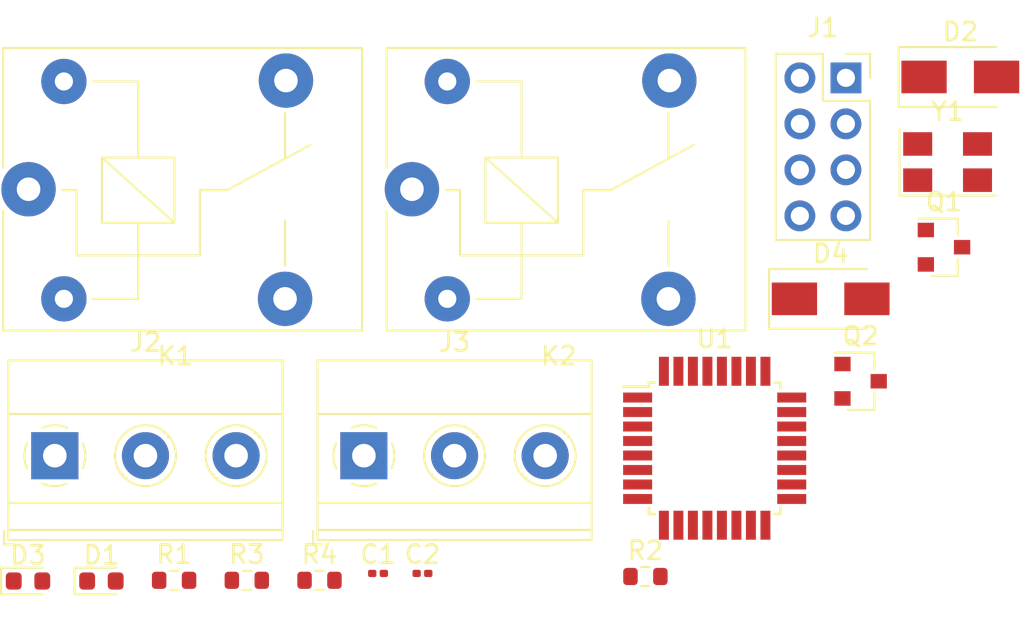
<source format=kicad_pcb>
(kicad_pcb (version 20171130) (host pcbnew 5.1.10-88a1d61d58~88~ubuntu20.04.1)

  (general
    (thickness 1.6)
    (drawings 0)
    (tracks 0)
    (zones 0)
    (modules 19)
    (nets 54)
  )

  (page A4)
  (layers
    (0 F.Cu signal)
    (31 B.Cu signal)
    (32 B.Adhes user)
    (33 F.Adhes user)
    (34 B.Paste user)
    (35 F.Paste user)
    (36 B.SilkS user)
    (37 F.SilkS user)
    (38 B.Mask user)
    (39 F.Mask user)
    (40 Dwgs.User user)
    (41 Cmts.User user)
    (42 Eco1.User user)
    (43 Eco2.User user)
    (44 Edge.Cuts user)
    (45 Margin user)
    (46 B.CrtYd user)
    (47 F.CrtYd user)
    (48 B.Fab user)
    (49 F.Fab user)
  )

  (setup
    (last_trace_width 0.25)
    (trace_clearance 0.2)
    (zone_clearance 0.508)
    (zone_45_only no)
    (trace_min 0.2)
    (via_size 0.8)
    (via_drill 0.4)
    (via_min_size 0.4)
    (via_min_drill 0.3)
    (uvia_size 0.3)
    (uvia_drill 0.1)
    (uvias_allowed no)
    (uvia_min_size 0.2)
    (uvia_min_drill 0.1)
    (edge_width 0.05)
    (segment_width 0.2)
    (pcb_text_width 0.3)
    (pcb_text_size 1.5 1.5)
    (mod_edge_width 0.12)
    (mod_text_size 1 1)
    (mod_text_width 0.15)
    (pad_size 1.524 1.524)
    (pad_drill 0.762)
    (pad_to_mask_clearance 0)
    (aux_axis_origin 0 0)
    (visible_elements FFFFFF7F)
    (pcbplotparams
      (layerselection 0x010fc_ffffffff)
      (usegerberextensions false)
      (usegerberattributes true)
      (usegerberadvancedattributes true)
      (creategerberjobfile true)
      (excludeedgelayer true)
      (linewidth 0.100000)
      (plotframeref false)
      (viasonmask false)
      (mode 1)
      (useauxorigin false)
      (hpglpennumber 1)
      (hpglpenspeed 20)
      (hpglpendiameter 15.000000)
      (psnegative false)
      (psa4output false)
      (plotreference true)
      (plotvalue true)
      (plotinvisibletext false)
      (padsonsilk false)
      (subtractmaskfromsilk false)
      (outputformat 1)
      (mirror false)
      (drillshape 1)
      (scaleselection 1)
      (outputdirectory ""))
  )

  (net 0 "")
  (net 1 "Net-(D1-Pad2)")
  (net 2 "Net-(D1-Pad1)")
  (net 3 VIN)
  (net 4 GND)
  (net 5 "Net-(Q1-Pad1)")
  (net 6 CTRL_1)
  (net 7 "Net-(U1-Pad32)")
  (net 8 "Net-(U1-Pad31)")
  (net 9 "Net-(U1-Pad30)")
  (net 10 "Net-(U1-Pad29)")
  (net 11 "Net-(U1-Pad28)")
  (net 12 "Net-(U1-Pad27)")
  (net 13 "Net-(U1-Pad26)")
  (net 14 "Net-(U1-Pad25)")
  (net 15 "Net-(U1-Pad24)")
  (net 16 "Net-(U1-Pad23)")
  (net 17 "Net-(U1-Pad22)")
  (net 18 "Net-(U1-Pad21)")
  (net 19 "Net-(U1-Pad20)")
  (net 20 "Net-(U1-Pad19)")
  (net 21 "Net-(U1-Pad18)")
  (net 22 "Net-(U1-Pad17)")
  (net 23 "Net-(U1-Pad16)")
  (net 24 "Net-(U1-Pad15)")
  (net 25 "Net-(U1-Pad14)")
  (net 26 "Net-(U1-Pad13)")
  (net 27 "Net-(U1-Pad12)")
  (net 28 "Net-(U1-Pad11)")
  (net 29 "Net-(U1-Pad10)")
  (net 30 "Net-(U1-Pad9)")
  (net 31 "Net-(U1-Pad4)")
  (net 32 "Net-(U1-Pad2)")
  (net 33 "Net-(U1-Pad1)")
  (net 34 "Net-(D3-Pad2)")
  (net 35 "Net-(D3-Pad1)")
  (net 36 "Net-(Q2-Pad1)")
  (net 37 CTRL_2)
  (net 38 "Net-(J1-Pad8)")
  (net 39 "Net-(J1-Pad7)")
  (net 40 "Net-(J1-Pad6)")
  (net 41 "Net-(J1-Pad5)")
  (net 42 "Net-(J1-Pad4)")
  (net 43 "Net-(J1-Pad3)")
  (net 44 "Net-(J1-Pad2)")
  (net 45 "Net-(J1-Pad1)")
  (net 46 XTAL1)
  (net 47 XTAL2)
  (net 48 RELAY_1_NC)
  (net 49 RELAY_1_COMM)
  (net 50 RELAY_1_NO)
  (net 51 RELAY_2_NC)
  (net 52 RELAY_2_COMM)
  (net 53 RELAY_2_NO)

  (net_class Default "This is the default net class."
    (clearance 0.2)
    (trace_width 0.25)
    (via_dia 0.8)
    (via_drill 0.4)
    (uvia_dia 0.3)
    (uvia_drill 0.1)
    (add_net CTRL_1)
    (add_net CTRL_2)
    (add_net GND)
    (add_net "Net-(D1-Pad1)")
    (add_net "Net-(D1-Pad2)")
    (add_net "Net-(D3-Pad1)")
    (add_net "Net-(D3-Pad2)")
    (add_net "Net-(J1-Pad1)")
    (add_net "Net-(J1-Pad2)")
    (add_net "Net-(J1-Pad3)")
    (add_net "Net-(J1-Pad4)")
    (add_net "Net-(J1-Pad5)")
    (add_net "Net-(J1-Pad6)")
    (add_net "Net-(J1-Pad7)")
    (add_net "Net-(J1-Pad8)")
    (add_net "Net-(Q1-Pad1)")
    (add_net "Net-(Q2-Pad1)")
    (add_net "Net-(U1-Pad1)")
    (add_net "Net-(U1-Pad10)")
    (add_net "Net-(U1-Pad11)")
    (add_net "Net-(U1-Pad12)")
    (add_net "Net-(U1-Pad13)")
    (add_net "Net-(U1-Pad14)")
    (add_net "Net-(U1-Pad15)")
    (add_net "Net-(U1-Pad16)")
    (add_net "Net-(U1-Pad17)")
    (add_net "Net-(U1-Pad18)")
    (add_net "Net-(U1-Pad19)")
    (add_net "Net-(U1-Pad2)")
    (add_net "Net-(U1-Pad20)")
    (add_net "Net-(U1-Pad21)")
    (add_net "Net-(U1-Pad22)")
    (add_net "Net-(U1-Pad23)")
    (add_net "Net-(U1-Pad24)")
    (add_net "Net-(U1-Pad25)")
    (add_net "Net-(U1-Pad26)")
    (add_net "Net-(U1-Pad27)")
    (add_net "Net-(U1-Pad28)")
    (add_net "Net-(U1-Pad29)")
    (add_net "Net-(U1-Pad30)")
    (add_net "Net-(U1-Pad31)")
    (add_net "Net-(U1-Pad32)")
    (add_net "Net-(U1-Pad4)")
    (add_net "Net-(U1-Pad9)")
    (add_net RELAY_1_COMM)
    (add_net RELAY_1_NC)
    (add_net RELAY_1_NO)
    (add_net RELAY_2_COMM)
    (add_net RELAY_2_NC)
    (add_net RELAY_2_NO)
    (add_net VIN)
    (add_net XTAL1)
    (add_net XTAL2)
  )

  (module Crystal:Crystal_SMD_5032-4Pin_5.0x3.2mm (layer F.Cu) (tedit 5A0FD1B2) (tstamp 60AFB35C)
    (at 177.216 88.796)
    (descr "SMD Crystal SERIES SMD2520/4 http://www.icbase.com/File/PDF/HKC/HKC00061008.pdf, 5.0x3.2mm^2 package")
    (tags "SMD SMT crystal")
    (path /60B078A3)
    (attr smd)
    (fp_text reference Y1 (at 0 -2.8) (layer F.SilkS)
      (effects (font (size 1 1) (thickness 0.15)))
    )
    (fp_text value 16Mhz (at 0 2.8) (layer F.Fab)
      (effects (font (size 1 1) (thickness 0.15)))
    )
    (fp_text user %R (at 0 0) (layer F.Fab)
      (effects (font (size 1 1) (thickness 0.15)))
    )
    (fp_line (start -2.3 -1.6) (end 2.3 -1.6) (layer F.Fab) (width 0.1))
    (fp_line (start 2.3 -1.6) (end 2.5 -1.4) (layer F.Fab) (width 0.1))
    (fp_line (start 2.5 -1.4) (end 2.5 1.4) (layer F.Fab) (width 0.1))
    (fp_line (start 2.5 1.4) (end 2.3 1.6) (layer F.Fab) (width 0.1))
    (fp_line (start 2.3 1.6) (end -2.3 1.6) (layer F.Fab) (width 0.1))
    (fp_line (start -2.3 1.6) (end -2.5 1.4) (layer F.Fab) (width 0.1))
    (fp_line (start -2.5 1.4) (end -2.5 -1.4) (layer F.Fab) (width 0.1))
    (fp_line (start -2.5 -1.4) (end -2.3 -1.6) (layer F.Fab) (width 0.1))
    (fp_line (start -2.5 0.6) (end -1.5 1.6) (layer F.Fab) (width 0.1))
    (fp_line (start -2.65 -1.85) (end -2.65 1.85) (layer F.SilkS) (width 0.12))
    (fp_line (start -2.65 1.85) (end 2.65 1.85) (layer F.SilkS) (width 0.12))
    (fp_line (start -2.8 -1.9) (end -2.8 1.9) (layer F.CrtYd) (width 0.05))
    (fp_line (start -2.8 1.9) (end 2.8 1.9) (layer F.CrtYd) (width 0.05))
    (fp_line (start 2.8 1.9) (end 2.8 -1.9) (layer F.CrtYd) (width 0.05))
    (fp_line (start 2.8 -1.9) (end -2.8 -1.9) (layer F.CrtYd) (width 0.05))
    (pad 4 smd rect (at -1.65 -1) (size 1.6 1.3) (layers F.Cu F.Paste F.Mask))
    (pad 3 smd rect (at 1.65 -1) (size 1.6 1.3) (layers F.Cu F.Paste F.Mask))
    (pad 2 smd rect (at 1.65 1) (size 1.6 1.3) (layers F.Cu F.Paste F.Mask)
      (net 47 XTAL2))
    (pad 1 smd rect (at -1.65 1) (size 1.6 1.3) (layers F.Cu F.Paste F.Mask)
      (net 46 XTAL1))
    (model ${KISYS3DMOD}/Crystal.3dshapes/Crystal_SMD_5032-4Pin_5.0x3.2mm.wrl
      (at (xyz 0 0 0))
      (scale (xyz 1 1 1))
      (rotate (xyz 0 0 0))
    )
  )

  (module Package_QFP:TQFP-32_7x7mm_P0.8mm (layer F.Cu) (tedit 5A02F146) (tstamp 60AFB344)
    (at 164.366 104.596)
    (descr "32-Lead Plastic Thin Quad Flatpack (PT) - 7x7x1.0 mm Body, 2.00 mm [TQFP] (see Microchip Packaging Specification 00000049BS.pdf)")
    (tags "QFP 0.8")
    (path /60AE5447)
    (attr smd)
    (fp_text reference U1 (at 0 -6.05) (layer F.SilkS)
      (effects (font (size 1 1) (thickness 0.15)))
    )
    (fp_text value ATmega328P-AU (at 0 6.05) (layer F.Fab)
      (effects (font (size 1 1) (thickness 0.15)))
    )
    (fp_text user %R (at 0 0) (layer F.Fab)
      (effects (font (size 1 1) (thickness 0.15)))
    )
    (fp_line (start -2.5 -3.5) (end 3.5 -3.5) (layer F.Fab) (width 0.15))
    (fp_line (start 3.5 -3.5) (end 3.5 3.5) (layer F.Fab) (width 0.15))
    (fp_line (start 3.5 3.5) (end -3.5 3.5) (layer F.Fab) (width 0.15))
    (fp_line (start -3.5 3.5) (end -3.5 -2.5) (layer F.Fab) (width 0.15))
    (fp_line (start -3.5 -2.5) (end -2.5 -3.5) (layer F.Fab) (width 0.15))
    (fp_line (start -5.3 -5.3) (end -5.3 5.3) (layer F.CrtYd) (width 0.05))
    (fp_line (start 5.3 -5.3) (end 5.3 5.3) (layer F.CrtYd) (width 0.05))
    (fp_line (start -5.3 -5.3) (end 5.3 -5.3) (layer F.CrtYd) (width 0.05))
    (fp_line (start -5.3 5.3) (end 5.3 5.3) (layer F.CrtYd) (width 0.05))
    (fp_line (start -3.625 -3.625) (end -3.625 -3.4) (layer F.SilkS) (width 0.15))
    (fp_line (start 3.625 -3.625) (end 3.625 -3.3) (layer F.SilkS) (width 0.15))
    (fp_line (start 3.625 3.625) (end 3.625 3.3) (layer F.SilkS) (width 0.15))
    (fp_line (start -3.625 3.625) (end -3.625 3.3) (layer F.SilkS) (width 0.15))
    (fp_line (start -3.625 -3.625) (end -3.3 -3.625) (layer F.SilkS) (width 0.15))
    (fp_line (start -3.625 3.625) (end -3.3 3.625) (layer F.SilkS) (width 0.15))
    (fp_line (start 3.625 3.625) (end 3.3 3.625) (layer F.SilkS) (width 0.15))
    (fp_line (start 3.625 -3.625) (end 3.3 -3.625) (layer F.SilkS) (width 0.15))
    (fp_line (start -3.625 -3.4) (end -5.05 -3.4) (layer F.SilkS) (width 0.15))
    (pad 32 smd rect (at -2.8 -4.25 90) (size 1.6 0.55) (layers F.Cu F.Paste F.Mask)
      (net 7 "Net-(U1-Pad32)"))
    (pad 31 smd rect (at -2 -4.25 90) (size 1.6 0.55) (layers F.Cu F.Paste F.Mask)
      (net 8 "Net-(U1-Pad31)"))
    (pad 30 smd rect (at -1.2 -4.25 90) (size 1.6 0.55) (layers F.Cu F.Paste F.Mask)
      (net 9 "Net-(U1-Pad30)"))
    (pad 29 smd rect (at -0.4 -4.25 90) (size 1.6 0.55) (layers F.Cu F.Paste F.Mask)
      (net 10 "Net-(U1-Pad29)"))
    (pad 28 smd rect (at 0.4 -4.25 90) (size 1.6 0.55) (layers F.Cu F.Paste F.Mask)
      (net 11 "Net-(U1-Pad28)"))
    (pad 27 smd rect (at 1.2 -4.25 90) (size 1.6 0.55) (layers F.Cu F.Paste F.Mask)
      (net 12 "Net-(U1-Pad27)"))
    (pad 26 smd rect (at 2 -4.25 90) (size 1.6 0.55) (layers F.Cu F.Paste F.Mask)
      (net 13 "Net-(U1-Pad26)"))
    (pad 25 smd rect (at 2.8 -4.25 90) (size 1.6 0.55) (layers F.Cu F.Paste F.Mask)
      (net 14 "Net-(U1-Pad25)"))
    (pad 24 smd rect (at 4.25 -2.8) (size 1.6 0.55) (layers F.Cu F.Paste F.Mask)
      (net 15 "Net-(U1-Pad24)"))
    (pad 23 smd rect (at 4.25 -2) (size 1.6 0.55) (layers F.Cu F.Paste F.Mask)
      (net 16 "Net-(U1-Pad23)"))
    (pad 22 smd rect (at 4.25 -1.2) (size 1.6 0.55) (layers F.Cu F.Paste F.Mask)
      (net 17 "Net-(U1-Pad22)"))
    (pad 21 smd rect (at 4.25 -0.4) (size 1.6 0.55) (layers F.Cu F.Paste F.Mask)
      (net 18 "Net-(U1-Pad21)"))
    (pad 20 smd rect (at 4.25 0.4) (size 1.6 0.55) (layers F.Cu F.Paste F.Mask)
      (net 19 "Net-(U1-Pad20)"))
    (pad 19 smd rect (at 4.25 1.2) (size 1.6 0.55) (layers F.Cu F.Paste F.Mask)
      (net 20 "Net-(U1-Pad19)"))
    (pad 18 smd rect (at 4.25 2) (size 1.6 0.55) (layers F.Cu F.Paste F.Mask)
      (net 21 "Net-(U1-Pad18)"))
    (pad 17 smd rect (at 4.25 2.8) (size 1.6 0.55) (layers F.Cu F.Paste F.Mask)
      (net 22 "Net-(U1-Pad17)"))
    (pad 16 smd rect (at 2.8 4.25 90) (size 1.6 0.55) (layers F.Cu F.Paste F.Mask)
      (net 23 "Net-(U1-Pad16)"))
    (pad 15 smd rect (at 2 4.25 90) (size 1.6 0.55) (layers F.Cu F.Paste F.Mask)
      (net 24 "Net-(U1-Pad15)"))
    (pad 14 smd rect (at 1.2 4.25 90) (size 1.6 0.55) (layers F.Cu F.Paste F.Mask)
      (net 25 "Net-(U1-Pad14)"))
    (pad 13 smd rect (at 0.4 4.25 90) (size 1.6 0.55) (layers F.Cu F.Paste F.Mask)
      (net 26 "Net-(U1-Pad13)"))
    (pad 12 smd rect (at -0.4 4.25 90) (size 1.6 0.55) (layers F.Cu F.Paste F.Mask)
      (net 27 "Net-(U1-Pad12)"))
    (pad 11 smd rect (at -1.2 4.25 90) (size 1.6 0.55) (layers F.Cu F.Paste F.Mask)
      (net 28 "Net-(U1-Pad11)"))
    (pad 10 smd rect (at -2 4.25 90) (size 1.6 0.55) (layers F.Cu F.Paste F.Mask)
      (net 29 "Net-(U1-Pad10)"))
    (pad 9 smd rect (at -2.8 4.25 90) (size 1.6 0.55) (layers F.Cu F.Paste F.Mask)
      (net 30 "Net-(U1-Pad9)"))
    (pad 8 smd rect (at -4.25 2.8) (size 1.6 0.55) (layers F.Cu F.Paste F.Mask)
      (net 47 XTAL2))
    (pad 7 smd rect (at -4.25 2) (size 1.6 0.55) (layers F.Cu F.Paste F.Mask)
      (net 46 XTAL1))
    (pad 6 smd rect (at -4.25 1.2) (size 1.6 0.55) (layers F.Cu F.Paste F.Mask)
      (net 31 "Net-(U1-Pad4)"))
    (pad 5 smd rect (at -4.25 0.4) (size 1.6 0.55) (layers F.Cu F.Paste F.Mask)
      (net 18 "Net-(U1-Pad21)"))
    (pad 4 smd rect (at -4.25 -0.4) (size 1.6 0.55) (layers F.Cu F.Paste F.Mask)
      (net 31 "Net-(U1-Pad4)"))
    (pad 3 smd rect (at -4.25 -1.2) (size 1.6 0.55) (layers F.Cu F.Paste F.Mask)
      (net 18 "Net-(U1-Pad21)"))
    (pad 2 smd rect (at -4.25 -2) (size 1.6 0.55) (layers F.Cu F.Paste F.Mask)
      (net 32 "Net-(U1-Pad2)"))
    (pad 1 smd rect (at -4.25 -2.8) (size 1.6 0.55) (layers F.Cu F.Paste F.Mask)
      (net 33 "Net-(U1-Pad1)"))
    (model ${KISYS3DMOD}/Package_QFP.3dshapes/TQFP-32_7x7mm_P0.8mm.wrl
      (at (xyz 0 0 0))
      (scale (xyz 1 1 1))
      (rotate (xyz 0 0 0))
    )
  )

  (module Resistor_SMD:R_0603_1608Metric (layer F.Cu) (tedit 5F68FEEE) (tstamp 60AFB30D)
    (at 142.566 111.886)
    (descr "Resistor SMD 0603 (1608 Metric), square (rectangular) end terminal, IPC_7351 nominal, (Body size source: IPC-SM-782 page 72, https://www.pcb-3d.com/wordpress/wp-content/uploads/ipc-sm-782a_amendment_1_and_2.pdf), generated with kicad-footprint-generator")
    (tags resistor)
    (path /60B03F29)
    (attr smd)
    (fp_text reference R4 (at 0 -1.43) (layer F.SilkS)
      (effects (font (size 1 1) (thickness 0.15)))
    )
    (fp_text value 1k (at 0 1.43) (layer F.Fab)
      (effects (font (size 1 1) (thickness 0.15)))
    )
    (fp_text user %R (at 0 0) (layer F.Fab)
      (effects (font (size 0.4 0.4) (thickness 0.06)))
    )
    (fp_line (start -0.8 0.4125) (end -0.8 -0.4125) (layer F.Fab) (width 0.1))
    (fp_line (start -0.8 -0.4125) (end 0.8 -0.4125) (layer F.Fab) (width 0.1))
    (fp_line (start 0.8 -0.4125) (end 0.8 0.4125) (layer F.Fab) (width 0.1))
    (fp_line (start 0.8 0.4125) (end -0.8 0.4125) (layer F.Fab) (width 0.1))
    (fp_line (start -0.237258 -0.5225) (end 0.237258 -0.5225) (layer F.SilkS) (width 0.12))
    (fp_line (start -0.237258 0.5225) (end 0.237258 0.5225) (layer F.SilkS) (width 0.12))
    (fp_line (start -1.48 0.73) (end -1.48 -0.73) (layer F.CrtYd) (width 0.05))
    (fp_line (start -1.48 -0.73) (end 1.48 -0.73) (layer F.CrtYd) (width 0.05))
    (fp_line (start 1.48 -0.73) (end 1.48 0.73) (layer F.CrtYd) (width 0.05))
    (fp_line (start 1.48 0.73) (end -1.48 0.73) (layer F.CrtYd) (width 0.05))
    (pad 2 smd roundrect (at 0.825 0) (size 0.8 0.95) (layers F.Cu F.Paste F.Mask) (roundrect_rratio 0.25)
      (net 37 CTRL_2))
    (pad 1 smd roundrect (at -0.825 0) (size 0.8 0.95) (layers F.Cu F.Paste F.Mask) (roundrect_rratio 0.25)
      (net 36 "Net-(Q2-Pad1)"))
    (model ${KISYS3DMOD}/Resistor_SMD.3dshapes/R_0603_1608Metric.wrl
      (at (xyz 0 0 0))
      (scale (xyz 1 1 1))
      (rotate (xyz 0 0 0))
    )
  )

  (module Resistor_SMD:R_0603_1608Metric (layer F.Cu) (tedit 5F68FEEE) (tstamp 60AFB2FC)
    (at 138.556 111.886)
    (descr "Resistor SMD 0603 (1608 Metric), square (rectangular) end terminal, IPC_7351 nominal, (Body size source: IPC-SM-782 page 72, https://www.pcb-3d.com/wordpress/wp-content/uploads/ipc-sm-782a_amendment_1_and_2.pdf), generated with kicad-footprint-generator")
    (tags resistor)
    (path /60B03F40)
    (attr smd)
    (fp_text reference R3 (at 0 -1.43) (layer F.SilkS)
      (effects (font (size 1 1) (thickness 0.15)))
    )
    (fp_text value 220 (at 0 1.43) (layer F.Fab)
      (effects (font (size 1 1) (thickness 0.15)))
    )
    (fp_text user %R (at 0 0) (layer F.Fab)
      (effects (font (size 0.4 0.4) (thickness 0.06)))
    )
    (fp_line (start -0.8 0.4125) (end -0.8 -0.4125) (layer F.Fab) (width 0.1))
    (fp_line (start -0.8 -0.4125) (end 0.8 -0.4125) (layer F.Fab) (width 0.1))
    (fp_line (start 0.8 -0.4125) (end 0.8 0.4125) (layer F.Fab) (width 0.1))
    (fp_line (start 0.8 0.4125) (end -0.8 0.4125) (layer F.Fab) (width 0.1))
    (fp_line (start -0.237258 -0.5225) (end 0.237258 -0.5225) (layer F.SilkS) (width 0.12))
    (fp_line (start -0.237258 0.5225) (end 0.237258 0.5225) (layer F.SilkS) (width 0.12))
    (fp_line (start -1.48 0.73) (end -1.48 -0.73) (layer F.CrtYd) (width 0.05))
    (fp_line (start -1.48 -0.73) (end 1.48 -0.73) (layer F.CrtYd) (width 0.05))
    (fp_line (start 1.48 -0.73) (end 1.48 0.73) (layer F.CrtYd) (width 0.05))
    (fp_line (start 1.48 0.73) (end -1.48 0.73) (layer F.CrtYd) (width 0.05))
    (pad 2 smd roundrect (at 0.825 0) (size 0.8 0.95) (layers F.Cu F.Paste F.Mask) (roundrect_rratio 0.25)
      (net 3 VIN))
    (pad 1 smd roundrect (at -0.825 0) (size 0.8 0.95) (layers F.Cu F.Paste F.Mask) (roundrect_rratio 0.25)
      (net 34 "Net-(D3-Pad2)"))
    (model ${KISYS3DMOD}/Resistor_SMD.3dshapes/R_0603_1608Metric.wrl
      (at (xyz 0 0 0))
      (scale (xyz 1 1 1))
      (rotate (xyz 0 0 0))
    )
  )

  (module Resistor_SMD:R_0603_1608Metric (layer F.Cu) (tedit 5F68FEEE) (tstamp 60AFB2EB)
    (at 160.546 111.676)
    (descr "Resistor SMD 0603 (1608 Metric), square (rectangular) end terminal, IPC_7351 nominal, (Body size source: IPC-SM-782 page 72, https://www.pcb-3d.com/wordpress/wp-content/uploads/ipc-sm-782a_amendment_1_and_2.pdf), generated with kicad-footprint-generator")
    (tags resistor)
    (path /60AEEC01)
    (attr smd)
    (fp_text reference R2 (at 0 -1.43) (layer F.SilkS)
      (effects (font (size 1 1) (thickness 0.15)))
    )
    (fp_text value 220 (at 0 1.43) (layer F.Fab)
      (effects (font (size 1 1) (thickness 0.15)))
    )
    (fp_text user %R (at 0 0) (layer F.Fab)
      (effects (font (size 0.4 0.4) (thickness 0.06)))
    )
    (fp_line (start -0.8 0.4125) (end -0.8 -0.4125) (layer F.Fab) (width 0.1))
    (fp_line (start -0.8 -0.4125) (end 0.8 -0.4125) (layer F.Fab) (width 0.1))
    (fp_line (start 0.8 -0.4125) (end 0.8 0.4125) (layer F.Fab) (width 0.1))
    (fp_line (start 0.8 0.4125) (end -0.8 0.4125) (layer F.Fab) (width 0.1))
    (fp_line (start -0.237258 -0.5225) (end 0.237258 -0.5225) (layer F.SilkS) (width 0.12))
    (fp_line (start -0.237258 0.5225) (end 0.237258 0.5225) (layer F.SilkS) (width 0.12))
    (fp_line (start -1.48 0.73) (end -1.48 -0.73) (layer F.CrtYd) (width 0.05))
    (fp_line (start -1.48 -0.73) (end 1.48 -0.73) (layer F.CrtYd) (width 0.05))
    (fp_line (start 1.48 -0.73) (end 1.48 0.73) (layer F.CrtYd) (width 0.05))
    (fp_line (start 1.48 0.73) (end -1.48 0.73) (layer F.CrtYd) (width 0.05))
    (pad 2 smd roundrect (at 0.825 0) (size 0.8 0.95) (layers F.Cu F.Paste F.Mask) (roundrect_rratio 0.25)
      (net 3 VIN))
    (pad 1 smd roundrect (at -0.825 0) (size 0.8 0.95) (layers F.Cu F.Paste F.Mask) (roundrect_rratio 0.25)
      (net 1 "Net-(D1-Pad2)"))
    (model ${KISYS3DMOD}/Resistor_SMD.3dshapes/R_0603_1608Metric.wrl
      (at (xyz 0 0 0))
      (scale (xyz 1 1 1))
      (rotate (xyz 0 0 0))
    )
  )

  (module Resistor_SMD:R_0603_1608Metric (layer F.Cu) (tedit 5F68FEEE) (tstamp 60AFB2DA)
    (at 134.546 111.886)
    (descr "Resistor SMD 0603 (1608 Metric), square (rectangular) end terminal, IPC_7351 nominal, (Body size source: IPC-SM-782 page 72, https://www.pcb-3d.com/wordpress/wp-content/uploads/ipc-sm-782a_amendment_1_and_2.pdf), generated with kicad-footprint-generator")
    (tags resistor)
    (path /60AF403C)
    (attr smd)
    (fp_text reference R1 (at 0 -1.43) (layer F.SilkS)
      (effects (font (size 1 1) (thickness 0.15)))
    )
    (fp_text value 1k (at 0 1.43) (layer F.Fab)
      (effects (font (size 1 1) (thickness 0.15)))
    )
    (fp_text user %R (at 0 0) (layer F.Fab)
      (effects (font (size 0.4 0.4) (thickness 0.06)))
    )
    (fp_line (start -0.8 0.4125) (end -0.8 -0.4125) (layer F.Fab) (width 0.1))
    (fp_line (start -0.8 -0.4125) (end 0.8 -0.4125) (layer F.Fab) (width 0.1))
    (fp_line (start 0.8 -0.4125) (end 0.8 0.4125) (layer F.Fab) (width 0.1))
    (fp_line (start 0.8 0.4125) (end -0.8 0.4125) (layer F.Fab) (width 0.1))
    (fp_line (start -0.237258 -0.5225) (end 0.237258 -0.5225) (layer F.SilkS) (width 0.12))
    (fp_line (start -0.237258 0.5225) (end 0.237258 0.5225) (layer F.SilkS) (width 0.12))
    (fp_line (start -1.48 0.73) (end -1.48 -0.73) (layer F.CrtYd) (width 0.05))
    (fp_line (start -1.48 -0.73) (end 1.48 -0.73) (layer F.CrtYd) (width 0.05))
    (fp_line (start 1.48 -0.73) (end 1.48 0.73) (layer F.CrtYd) (width 0.05))
    (fp_line (start 1.48 0.73) (end -1.48 0.73) (layer F.CrtYd) (width 0.05))
    (pad 2 smd roundrect (at 0.825 0) (size 0.8 0.95) (layers F.Cu F.Paste F.Mask) (roundrect_rratio 0.25)
      (net 6 CTRL_1))
    (pad 1 smd roundrect (at -0.825 0) (size 0.8 0.95) (layers F.Cu F.Paste F.Mask) (roundrect_rratio 0.25)
      (net 5 "Net-(Q1-Pad1)"))
    (model ${KISYS3DMOD}/Resistor_SMD.3dshapes/R_0603_1608Metric.wrl
      (at (xyz 0 0 0))
      (scale (xyz 1 1 1))
      (rotate (xyz 0 0 0))
    )
  )

  (module Package_TO_SOT_SMD:SOT-23 (layer F.Cu) (tedit 5A02FF57) (tstamp 60AFB2C9)
    (at 172.416 100.896)
    (descr "SOT-23, Standard")
    (tags SOT-23)
    (path /60B03F13)
    (attr smd)
    (fp_text reference Q2 (at 0 -2.5) (layer F.SilkS)
      (effects (font (size 1 1) (thickness 0.15)))
    )
    (fp_text value BC817 (at 0 2.5) (layer F.Fab)
      (effects (font (size 1 1) (thickness 0.15)))
    )
    (fp_text user %R (at 0 0 90) (layer F.Fab)
      (effects (font (size 0.5 0.5) (thickness 0.075)))
    )
    (fp_line (start -0.7 -0.95) (end -0.7 1.5) (layer F.Fab) (width 0.1))
    (fp_line (start -0.15 -1.52) (end 0.7 -1.52) (layer F.Fab) (width 0.1))
    (fp_line (start -0.7 -0.95) (end -0.15 -1.52) (layer F.Fab) (width 0.1))
    (fp_line (start 0.7 -1.52) (end 0.7 1.52) (layer F.Fab) (width 0.1))
    (fp_line (start -0.7 1.52) (end 0.7 1.52) (layer F.Fab) (width 0.1))
    (fp_line (start 0.76 1.58) (end 0.76 0.65) (layer F.SilkS) (width 0.12))
    (fp_line (start 0.76 -1.58) (end 0.76 -0.65) (layer F.SilkS) (width 0.12))
    (fp_line (start -1.7 -1.75) (end 1.7 -1.75) (layer F.CrtYd) (width 0.05))
    (fp_line (start 1.7 -1.75) (end 1.7 1.75) (layer F.CrtYd) (width 0.05))
    (fp_line (start 1.7 1.75) (end -1.7 1.75) (layer F.CrtYd) (width 0.05))
    (fp_line (start -1.7 1.75) (end -1.7 -1.75) (layer F.CrtYd) (width 0.05))
    (fp_line (start 0.76 -1.58) (end -1.4 -1.58) (layer F.SilkS) (width 0.12))
    (fp_line (start 0.76 1.58) (end -0.7 1.58) (layer F.SilkS) (width 0.12))
    (pad 3 smd rect (at 1 0) (size 0.9 0.8) (layers F.Cu F.Paste F.Mask)
      (net 35 "Net-(D3-Pad1)"))
    (pad 2 smd rect (at -1 0.95) (size 0.9 0.8) (layers F.Cu F.Paste F.Mask)
      (net 4 GND))
    (pad 1 smd rect (at -1 -0.95) (size 0.9 0.8) (layers F.Cu F.Paste F.Mask)
      (net 36 "Net-(Q2-Pad1)"))
    (model ${KISYS3DMOD}/Package_TO_SOT_SMD.3dshapes/SOT-23.wrl
      (at (xyz 0 0 0))
      (scale (xyz 1 1 1))
      (rotate (xyz 0 0 0))
    )
  )

  (module Package_TO_SOT_SMD:SOT-23 (layer F.Cu) (tedit 5A02FF57) (tstamp 60AFB2B4)
    (at 177.016 93.496)
    (descr "SOT-23, Standard")
    (tags SOT-23)
    (path /60AF253A)
    (attr smd)
    (fp_text reference Q1 (at 0 -2.5) (layer F.SilkS)
      (effects (font (size 1 1) (thickness 0.15)))
    )
    (fp_text value BC817 (at 0 2.5) (layer F.Fab)
      (effects (font (size 1 1) (thickness 0.15)))
    )
    (fp_text user %R (at 0 0 90) (layer F.Fab)
      (effects (font (size 0.5 0.5) (thickness 0.075)))
    )
    (fp_line (start -0.7 -0.95) (end -0.7 1.5) (layer F.Fab) (width 0.1))
    (fp_line (start -0.15 -1.52) (end 0.7 -1.52) (layer F.Fab) (width 0.1))
    (fp_line (start -0.7 -0.95) (end -0.15 -1.52) (layer F.Fab) (width 0.1))
    (fp_line (start 0.7 -1.52) (end 0.7 1.52) (layer F.Fab) (width 0.1))
    (fp_line (start -0.7 1.52) (end 0.7 1.52) (layer F.Fab) (width 0.1))
    (fp_line (start 0.76 1.58) (end 0.76 0.65) (layer F.SilkS) (width 0.12))
    (fp_line (start 0.76 -1.58) (end 0.76 -0.65) (layer F.SilkS) (width 0.12))
    (fp_line (start -1.7 -1.75) (end 1.7 -1.75) (layer F.CrtYd) (width 0.05))
    (fp_line (start 1.7 -1.75) (end 1.7 1.75) (layer F.CrtYd) (width 0.05))
    (fp_line (start 1.7 1.75) (end -1.7 1.75) (layer F.CrtYd) (width 0.05))
    (fp_line (start -1.7 1.75) (end -1.7 -1.75) (layer F.CrtYd) (width 0.05))
    (fp_line (start 0.76 -1.58) (end -1.4 -1.58) (layer F.SilkS) (width 0.12))
    (fp_line (start 0.76 1.58) (end -0.7 1.58) (layer F.SilkS) (width 0.12))
    (pad 3 smd rect (at 1 0) (size 0.9 0.8) (layers F.Cu F.Paste F.Mask)
      (net 2 "Net-(D1-Pad1)"))
    (pad 2 smd rect (at -1 0.95) (size 0.9 0.8) (layers F.Cu F.Paste F.Mask)
      (net 4 GND))
    (pad 1 smd rect (at -1 -0.95) (size 0.9 0.8) (layers F.Cu F.Paste F.Mask)
      (net 5 "Net-(Q1-Pad1)"))
    (model ${KISYS3DMOD}/Package_TO_SOT_SMD.3dshapes/SOT-23.wrl
      (at (xyz 0 0 0))
      (scale (xyz 1 1 1))
      (rotate (xyz 0 0 0))
    )
  )

  (module Relay_THT:Relay_SPDT_SANYOU_SRD_Series_Form_C (layer F.Cu) (tedit 58FA3148) (tstamp 60AFB29F)
    (at 147.666 90.296)
    (descr "relay Sanyou SRD series Form C http://www.sanyourelay.ca/public/products/pdf/SRD.pdf")
    (tags "relay Sanyu SRD form C")
    (path /60B03DBF)
    (fp_text reference K2 (at 8.1 9.2) (layer F.SilkS)
      (effects (font (size 1 1) (thickness 0.15)))
    )
    (fp_text value DIPxx-1Cxx-51x (at 8 -9.6) (layer F.Fab)
      (effects (font (size 1 1) (thickness 0.15)))
    )
    (fp_text user %R (at 7.1 0.025) (layer F.Fab)
      (effects (font (size 1 1) (thickness 0.15)))
    )
    (fp_text user 1 (at 0 -2.3) (layer F.Fab)
      (effects (font (size 1 1) (thickness 0.15)))
    )
    (fp_line (start -1.4 1.2) (end -1.4 7.8) (layer F.SilkS) (width 0.12))
    (fp_line (start -1.4 -7.8) (end -1.4 -1.2) (layer F.SilkS) (width 0.12))
    (fp_line (start -1.4 -7.8) (end 18.4 -7.8) (layer F.SilkS) (width 0.12))
    (fp_line (start 18.4 -7.8) (end 18.4 7.8) (layer F.SilkS) (width 0.12))
    (fp_line (start 18.4 7.8) (end -1.4 7.8) (layer F.SilkS) (width 0.12))
    (fp_line (start -1.3 -7.7) (end 18.3 -7.7) (layer F.Fab) (width 0.12))
    (fp_line (start 18.3 -7.7) (end 18.3 7.7) (layer F.Fab) (width 0.12))
    (fp_line (start 18.3 7.7) (end -1.3 7.7) (layer F.Fab) (width 0.12))
    (fp_line (start -1.3 7.7) (end -1.3 -7.7) (layer F.Fab) (width 0.12))
    (fp_line (start 18.55 -7.95) (end -1.55 -7.95) (layer F.CrtYd) (width 0.05))
    (fp_line (start -1.55 7.95) (end -1.55 -7.95) (layer F.CrtYd) (width 0.05))
    (fp_line (start 18.55 -7.95) (end 18.55 7.95) (layer F.CrtYd) (width 0.05))
    (fp_line (start -1.55 7.95) (end 18.55 7.95) (layer F.CrtYd) (width 0.05))
    (fp_line (start 14.15 4.2) (end 14.15 1.75) (layer F.SilkS) (width 0.12))
    (fp_line (start 14.15 -4.2) (end 14.15 -1.7) (layer F.SilkS) (width 0.12))
    (fp_line (start 3.55 6.05) (end 6.05 6.05) (layer F.SilkS) (width 0.12))
    (fp_line (start 2.65 0.05) (end 1.85 0.05) (layer F.SilkS) (width 0.12))
    (fp_line (start 6.05 -5.95) (end 3.55 -5.95) (layer F.SilkS) (width 0.12))
    (fp_line (start 9.45 0.05) (end 10.95 0.05) (layer F.SilkS) (width 0.12))
    (fp_line (start 10.95 0.05) (end 15.55 -2.45) (layer F.SilkS) (width 0.12))
    (fp_line (start 9.45 3.65) (end 2.65 3.65) (layer F.SilkS) (width 0.12))
    (fp_line (start 9.45 0.05) (end 9.45 3.65) (layer F.SilkS) (width 0.12))
    (fp_line (start 2.65 0.05) (end 2.65 3.65) (layer F.SilkS) (width 0.12))
    (fp_line (start 6.05 -5.95) (end 6.05 -1.75) (layer F.SilkS) (width 0.12))
    (fp_line (start 6.05 1.85) (end 6.05 6.05) (layer F.SilkS) (width 0.12))
    (fp_line (start 8.05 1.85) (end 4.05 -1.75) (layer F.SilkS) (width 0.12))
    (fp_line (start 4.05 1.85) (end 4.05 -1.75) (layer F.SilkS) (width 0.12))
    (fp_line (start 4.05 -1.75) (end 8.05 -1.75) (layer F.SilkS) (width 0.12))
    (fp_line (start 8.05 -1.75) (end 8.05 1.85) (layer F.SilkS) (width 0.12))
    (fp_line (start 8.05 1.85) (end 4.05 1.85) (layer F.SilkS) (width 0.12))
    (pad 1 thru_hole circle (at 0 0 90) (size 3 3) (drill 1.3) (layers *.Cu *.Mask)
      (net 51 RELAY_2_NC))
    (pad 5 thru_hole circle (at 1.95 -5.95 90) (size 2.5 2.5) (drill 1) (layers *.Cu *.Mask))
    (pad 4 thru_hole circle (at 14.2 -6 90) (size 3 3) (drill 1.3) (layers *.Cu *.Mask))
    (pad 3 thru_hole circle (at 14.15 6.05 90) (size 3 3) (drill 1.3) (layers *.Cu *.Mask))
    (pad 2 thru_hole circle (at 1.95 6.05 90) (size 2.5 2.5) (drill 1) (layers *.Cu *.Mask)
      (net 35 "Net-(D3-Pad1)"))
    (model ${KISYS3DMOD}/Relay_THT.3dshapes/Relay_SPDT_SANYOU_SRD_Series_Form_C.wrl
      (at (xyz 0 0 0))
      (scale (xyz 1 1 1))
      (rotate (xyz 0 0 0))
    )
  )

  (module Relay_THT:Relay_SPDT_SANYOU_SRD_Series_Form_C (layer F.Cu) (tedit 58FA3148) (tstamp 60AFB276)
    (at 126.516 90.296)
    (descr "relay Sanyou SRD series Form C http://www.sanyourelay.ca/public/products/pdf/SRD.pdf")
    (tags "relay Sanyu SRD form C")
    (path /60AE7F1B)
    (fp_text reference K1 (at 8.1 9.2) (layer F.SilkS)
      (effects (font (size 1 1) (thickness 0.15)))
    )
    (fp_text value DIPxx-1Cxx-51x (at 8 -9.6) (layer F.Fab)
      (effects (font (size 1 1) (thickness 0.15)))
    )
    (fp_text user %R (at 7.1 0.025) (layer F.Fab)
      (effects (font (size 1 1) (thickness 0.15)))
    )
    (fp_text user 1 (at 0 -2.3) (layer F.Fab)
      (effects (font (size 1 1) (thickness 0.15)))
    )
    (fp_line (start -1.4 1.2) (end -1.4 7.8) (layer F.SilkS) (width 0.12))
    (fp_line (start -1.4 -7.8) (end -1.4 -1.2) (layer F.SilkS) (width 0.12))
    (fp_line (start -1.4 -7.8) (end 18.4 -7.8) (layer F.SilkS) (width 0.12))
    (fp_line (start 18.4 -7.8) (end 18.4 7.8) (layer F.SilkS) (width 0.12))
    (fp_line (start 18.4 7.8) (end -1.4 7.8) (layer F.SilkS) (width 0.12))
    (fp_line (start -1.3 -7.7) (end 18.3 -7.7) (layer F.Fab) (width 0.12))
    (fp_line (start 18.3 -7.7) (end 18.3 7.7) (layer F.Fab) (width 0.12))
    (fp_line (start 18.3 7.7) (end -1.3 7.7) (layer F.Fab) (width 0.12))
    (fp_line (start -1.3 7.7) (end -1.3 -7.7) (layer F.Fab) (width 0.12))
    (fp_line (start 18.55 -7.95) (end -1.55 -7.95) (layer F.CrtYd) (width 0.05))
    (fp_line (start -1.55 7.95) (end -1.55 -7.95) (layer F.CrtYd) (width 0.05))
    (fp_line (start 18.55 -7.95) (end 18.55 7.95) (layer F.CrtYd) (width 0.05))
    (fp_line (start -1.55 7.95) (end 18.55 7.95) (layer F.CrtYd) (width 0.05))
    (fp_line (start 14.15 4.2) (end 14.15 1.75) (layer F.SilkS) (width 0.12))
    (fp_line (start 14.15 -4.2) (end 14.15 -1.7) (layer F.SilkS) (width 0.12))
    (fp_line (start 3.55 6.05) (end 6.05 6.05) (layer F.SilkS) (width 0.12))
    (fp_line (start 2.65 0.05) (end 1.85 0.05) (layer F.SilkS) (width 0.12))
    (fp_line (start 6.05 -5.95) (end 3.55 -5.95) (layer F.SilkS) (width 0.12))
    (fp_line (start 9.45 0.05) (end 10.95 0.05) (layer F.SilkS) (width 0.12))
    (fp_line (start 10.95 0.05) (end 15.55 -2.45) (layer F.SilkS) (width 0.12))
    (fp_line (start 9.45 3.65) (end 2.65 3.65) (layer F.SilkS) (width 0.12))
    (fp_line (start 9.45 0.05) (end 9.45 3.65) (layer F.SilkS) (width 0.12))
    (fp_line (start 2.65 0.05) (end 2.65 3.65) (layer F.SilkS) (width 0.12))
    (fp_line (start 6.05 -5.95) (end 6.05 -1.75) (layer F.SilkS) (width 0.12))
    (fp_line (start 6.05 1.85) (end 6.05 6.05) (layer F.SilkS) (width 0.12))
    (fp_line (start 8.05 1.85) (end 4.05 -1.75) (layer F.SilkS) (width 0.12))
    (fp_line (start 4.05 1.85) (end 4.05 -1.75) (layer F.SilkS) (width 0.12))
    (fp_line (start 4.05 -1.75) (end 8.05 -1.75) (layer F.SilkS) (width 0.12))
    (fp_line (start 8.05 -1.75) (end 8.05 1.85) (layer F.SilkS) (width 0.12))
    (fp_line (start 8.05 1.85) (end 4.05 1.85) (layer F.SilkS) (width 0.12))
    (pad 1 thru_hole circle (at 0 0 90) (size 3 3) (drill 1.3) (layers *.Cu *.Mask)
      (net 48 RELAY_1_NC))
    (pad 5 thru_hole circle (at 1.95 -5.95 90) (size 2.5 2.5) (drill 1) (layers *.Cu *.Mask))
    (pad 4 thru_hole circle (at 14.2 -6 90) (size 3 3) (drill 1.3) (layers *.Cu *.Mask))
    (pad 3 thru_hole circle (at 14.15 6.05 90) (size 3 3) (drill 1.3) (layers *.Cu *.Mask))
    (pad 2 thru_hole circle (at 1.95 6.05 90) (size 2.5 2.5) (drill 1) (layers *.Cu *.Mask)
      (net 2 "Net-(D1-Pad1)"))
    (model ${KISYS3DMOD}/Relay_THT.3dshapes/Relay_SPDT_SANYOU_SRD_Series_Form_C.wrl
      (at (xyz 0 0 0))
      (scale (xyz 1 1 1))
      (rotate (xyz 0 0 0))
    )
  )

  (module TerminalBlock_Phoenix:TerminalBlock_Phoenix_MKDS-1,5-3_1x03_P5.00mm_Horizontal (layer F.Cu) (tedit 5B294EE5) (tstamp 60AFB24D)
    (at 145.016 105.006)
    (descr "Terminal Block Phoenix MKDS-1,5-3, 3 pins, pitch 5mm, size 15x9.8mm^2, drill diamater 1.3mm, pad diameter 2.6mm, see http://www.farnell.com/datasheets/100425.pdf, script-generated using https://github.com/pointhi/kicad-footprint-generator/scripts/TerminalBlock_Phoenix")
    (tags "THT Terminal Block Phoenix MKDS-1,5-3 pitch 5mm size 15x9.8mm^2 drill 1.3mm pad 2.6mm")
    (path /60BA0ED3)
    (fp_text reference J3 (at 5 -6.26) (layer F.SilkS)
      (effects (font (size 1 1) (thickness 0.15)))
    )
    (fp_text value Conn_01x03 (at 5 5.66) (layer F.Fab)
      (effects (font (size 1 1) (thickness 0.15)))
    )
    (fp_text user %R (at 5 3.2) (layer F.Fab)
      (effects (font (size 1 1) (thickness 0.15)))
    )
    (fp_arc (start 0 0) (end -0.684 1.535) (angle -25) (layer F.SilkS) (width 0.12))
    (fp_arc (start 0 0) (end -1.535 -0.684) (angle -48) (layer F.SilkS) (width 0.12))
    (fp_arc (start 0 0) (end 0.684 -1.535) (angle -48) (layer F.SilkS) (width 0.12))
    (fp_arc (start 0 0) (end 1.535 0.684) (angle -48) (layer F.SilkS) (width 0.12))
    (fp_arc (start 0 0) (end 0 1.68) (angle -24) (layer F.SilkS) (width 0.12))
    (fp_circle (center 0 0) (end 1.5 0) (layer F.Fab) (width 0.1))
    (fp_circle (center 5 0) (end 6.5 0) (layer F.Fab) (width 0.1))
    (fp_circle (center 5 0) (end 6.68 0) (layer F.SilkS) (width 0.12))
    (fp_circle (center 10 0) (end 11.5 0) (layer F.Fab) (width 0.1))
    (fp_circle (center 10 0) (end 11.68 0) (layer F.SilkS) (width 0.12))
    (fp_line (start -2.5 -5.2) (end 12.5 -5.2) (layer F.Fab) (width 0.1))
    (fp_line (start 12.5 -5.2) (end 12.5 4.6) (layer F.Fab) (width 0.1))
    (fp_line (start 12.5 4.6) (end -2 4.6) (layer F.Fab) (width 0.1))
    (fp_line (start -2 4.6) (end -2.5 4.1) (layer F.Fab) (width 0.1))
    (fp_line (start -2.5 4.1) (end -2.5 -5.2) (layer F.Fab) (width 0.1))
    (fp_line (start -2.5 4.1) (end 12.5 4.1) (layer F.Fab) (width 0.1))
    (fp_line (start -2.56 4.1) (end 12.56 4.1) (layer F.SilkS) (width 0.12))
    (fp_line (start -2.5 2.6) (end 12.5 2.6) (layer F.Fab) (width 0.1))
    (fp_line (start -2.56 2.6) (end 12.56 2.6) (layer F.SilkS) (width 0.12))
    (fp_line (start -2.5 -2.3) (end 12.5 -2.3) (layer F.Fab) (width 0.1))
    (fp_line (start -2.56 -2.301) (end 12.56 -2.301) (layer F.SilkS) (width 0.12))
    (fp_line (start -2.56 -5.261) (end 12.56 -5.261) (layer F.SilkS) (width 0.12))
    (fp_line (start -2.56 4.66) (end 12.56 4.66) (layer F.SilkS) (width 0.12))
    (fp_line (start -2.56 -5.261) (end -2.56 4.66) (layer F.SilkS) (width 0.12))
    (fp_line (start 12.56 -5.261) (end 12.56 4.66) (layer F.SilkS) (width 0.12))
    (fp_line (start 1.138 -0.955) (end -0.955 1.138) (layer F.Fab) (width 0.1))
    (fp_line (start 0.955 -1.138) (end -1.138 0.955) (layer F.Fab) (width 0.1))
    (fp_line (start 6.138 -0.955) (end 4.046 1.138) (layer F.Fab) (width 0.1))
    (fp_line (start 5.955 -1.138) (end 3.863 0.955) (layer F.Fab) (width 0.1))
    (fp_line (start 6.275 -1.069) (end 6.228 -1.023) (layer F.SilkS) (width 0.12))
    (fp_line (start 3.966 1.239) (end 3.931 1.274) (layer F.SilkS) (width 0.12))
    (fp_line (start 6.07 -1.275) (end 6.035 -1.239) (layer F.SilkS) (width 0.12))
    (fp_line (start 3.773 1.023) (end 3.726 1.069) (layer F.SilkS) (width 0.12))
    (fp_line (start 11.138 -0.955) (end 9.046 1.138) (layer F.Fab) (width 0.1))
    (fp_line (start 10.955 -1.138) (end 8.863 0.955) (layer F.Fab) (width 0.1))
    (fp_line (start 11.275 -1.069) (end 11.228 -1.023) (layer F.SilkS) (width 0.12))
    (fp_line (start 8.966 1.239) (end 8.931 1.274) (layer F.SilkS) (width 0.12))
    (fp_line (start 11.07 -1.275) (end 11.035 -1.239) (layer F.SilkS) (width 0.12))
    (fp_line (start 8.773 1.023) (end 8.726 1.069) (layer F.SilkS) (width 0.12))
    (fp_line (start -2.8 4.16) (end -2.8 4.9) (layer F.SilkS) (width 0.12))
    (fp_line (start -2.8 4.9) (end -2.3 4.9) (layer F.SilkS) (width 0.12))
    (fp_line (start -3 -5.71) (end -3 5.1) (layer F.CrtYd) (width 0.05))
    (fp_line (start -3 5.1) (end 13 5.1) (layer F.CrtYd) (width 0.05))
    (fp_line (start 13 5.1) (end 13 -5.71) (layer F.CrtYd) (width 0.05))
    (fp_line (start 13 -5.71) (end -3 -5.71) (layer F.CrtYd) (width 0.05))
    (pad 3 thru_hole circle (at 10 0) (size 2.6 2.6) (drill 1.3) (layers *.Cu *.Mask)
      (net 51 RELAY_2_NC))
    (pad 2 thru_hole circle (at 5 0) (size 2.6 2.6) (drill 1.3) (layers *.Cu *.Mask)
      (net 52 RELAY_2_COMM))
    (pad 1 thru_hole rect (at 0 0) (size 2.6 2.6) (drill 1.3) (layers *.Cu *.Mask)
      (net 53 RELAY_2_NO))
    (model ${KISYS3DMOD}/TerminalBlock_Phoenix.3dshapes/TerminalBlock_Phoenix_MKDS-1,5-3_1x03_P5.00mm_Horizontal.wrl
      (at (xyz 0 0 0))
      (scale (xyz 1 1 1))
      (rotate (xyz 0 0 0))
    )
  )

  (module TerminalBlock_Phoenix:TerminalBlock_Phoenix_MKDS-1,5-3_1x03_P5.00mm_Horizontal (layer F.Cu) (tedit 5B294EE5) (tstamp 60AFB218)
    (at 127.966 105.006)
    (descr "Terminal Block Phoenix MKDS-1,5-3, 3 pins, pitch 5mm, size 15x9.8mm^2, drill diamater 1.3mm, pad diameter 2.6mm, see http://www.farnell.com/datasheets/100425.pdf, script-generated using https://github.com/pointhi/kicad-footprint-generator/scripts/TerminalBlock_Phoenix")
    (tags "THT Terminal Block Phoenix MKDS-1,5-3 pitch 5mm size 15x9.8mm^2 drill 1.3mm pad 2.6mm")
    (path /60B9F938)
    (fp_text reference J2 (at 5 -6.26) (layer F.SilkS)
      (effects (font (size 1 1) (thickness 0.15)))
    )
    (fp_text value Conn_01x03 (at 5 5.66) (layer F.Fab)
      (effects (font (size 1 1) (thickness 0.15)))
    )
    (fp_text user %R (at 5 3.2) (layer F.Fab)
      (effects (font (size 1 1) (thickness 0.15)))
    )
    (fp_arc (start 0 0) (end -0.684 1.535) (angle -25) (layer F.SilkS) (width 0.12))
    (fp_arc (start 0 0) (end -1.535 -0.684) (angle -48) (layer F.SilkS) (width 0.12))
    (fp_arc (start 0 0) (end 0.684 -1.535) (angle -48) (layer F.SilkS) (width 0.12))
    (fp_arc (start 0 0) (end 1.535 0.684) (angle -48) (layer F.SilkS) (width 0.12))
    (fp_arc (start 0 0) (end 0 1.68) (angle -24) (layer F.SilkS) (width 0.12))
    (fp_circle (center 0 0) (end 1.5 0) (layer F.Fab) (width 0.1))
    (fp_circle (center 5 0) (end 6.5 0) (layer F.Fab) (width 0.1))
    (fp_circle (center 5 0) (end 6.68 0) (layer F.SilkS) (width 0.12))
    (fp_circle (center 10 0) (end 11.5 0) (layer F.Fab) (width 0.1))
    (fp_circle (center 10 0) (end 11.68 0) (layer F.SilkS) (width 0.12))
    (fp_line (start -2.5 -5.2) (end 12.5 -5.2) (layer F.Fab) (width 0.1))
    (fp_line (start 12.5 -5.2) (end 12.5 4.6) (layer F.Fab) (width 0.1))
    (fp_line (start 12.5 4.6) (end -2 4.6) (layer F.Fab) (width 0.1))
    (fp_line (start -2 4.6) (end -2.5 4.1) (layer F.Fab) (width 0.1))
    (fp_line (start -2.5 4.1) (end -2.5 -5.2) (layer F.Fab) (width 0.1))
    (fp_line (start -2.5 4.1) (end 12.5 4.1) (layer F.Fab) (width 0.1))
    (fp_line (start -2.56 4.1) (end 12.56 4.1) (layer F.SilkS) (width 0.12))
    (fp_line (start -2.5 2.6) (end 12.5 2.6) (layer F.Fab) (width 0.1))
    (fp_line (start -2.56 2.6) (end 12.56 2.6) (layer F.SilkS) (width 0.12))
    (fp_line (start -2.5 -2.3) (end 12.5 -2.3) (layer F.Fab) (width 0.1))
    (fp_line (start -2.56 -2.301) (end 12.56 -2.301) (layer F.SilkS) (width 0.12))
    (fp_line (start -2.56 -5.261) (end 12.56 -5.261) (layer F.SilkS) (width 0.12))
    (fp_line (start -2.56 4.66) (end 12.56 4.66) (layer F.SilkS) (width 0.12))
    (fp_line (start -2.56 -5.261) (end -2.56 4.66) (layer F.SilkS) (width 0.12))
    (fp_line (start 12.56 -5.261) (end 12.56 4.66) (layer F.SilkS) (width 0.12))
    (fp_line (start 1.138 -0.955) (end -0.955 1.138) (layer F.Fab) (width 0.1))
    (fp_line (start 0.955 -1.138) (end -1.138 0.955) (layer F.Fab) (width 0.1))
    (fp_line (start 6.138 -0.955) (end 4.046 1.138) (layer F.Fab) (width 0.1))
    (fp_line (start 5.955 -1.138) (end 3.863 0.955) (layer F.Fab) (width 0.1))
    (fp_line (start 6.275 -1.069) (end 6.228 -1.023) (layer F.SilkS) (width 0.12))
    (fp_line (start 3.966 1.239) (end 3.931 1.274) (layer F.SilkS) (width 0.12))
    (fp_line (start 6.07 -1.275) (end 6.035 -1.239) (layer F.SilkS) (width 0.12))
    (fp_line (start 3.773 1.023) (end 3.726 1.069) (layer F.SilkS) (width 0.12))
    (fp_line (start 11.138 -0.955) (end 9.046 1.138) (layer F.Fab) (width 0.1))
    (fp_line (start 10.955 -1.138) (end 8.863 0.955) (layer F.Fab) (width 0.1))
    (fp_line (start 11.275 -1.069) (end 11.228 -1.023) (layer F.SilkS) (width 0.12))
    (fp_line (start 8.966 1.239) (end 8.931 1.274) (layer F.SilkS) (width 0.12))
    (fp_line (start 11.07 -1.275) (end 11.035 -1.239) (layer F.SilkS) (width 0.12))
    (fp_line (start 8.773 1.023) (end 8.726 1.069) (layer F.SilkS) (width 0.12))
    (fp_line (start -2.8 4.16) (end -2.8 4.9) (layer F.SilkS) (width 0.12))
    (fp_line (start -2.8 4.9) (end -2.3 4.9) (layer F.SilkS) (width 0.12))
    (fp_line (start -3 -5.71) (end -3 5.1) (layer F.CrtYd) (width 0.05))
    (fp_line (start -3 5.1) (end 13 5.1) (layer F.CrtYd) (width 0.05))
    (fp_line (start 13 5.1) (end 13 -5.71) (layer F.CrtYd) (width 0.05))
    (fp_line (start 13 -5.71) (end -3 -5.71) (layer F.CrtYd) (width 0.05))
    (pad 3 thru_hole circle (at 10 0) (size 2.6 2.6) (drill 1.3) (layers *.Cu *.Mask)
      (net 48 RELAY_1_NC))
    (pad 2 thru_hole circle (at 5 0) (size 2.6 2.6) (drill 1.3) (layers *.Cu *.Mask)
      (net 49 RELAY_1_COMM))
    (pad 1 thru_hole rect (at 0 0) (size 2.6 2.6) (drill 1.3) (layers *.Cu *.Mask)
      (net 50 RELAY_1_NO))
    (model ${KISYS3DMOD}/TerminalBlock_Phoenix.3dshapes/TerminalBlock_Phoenix_MKDS-1,5-3_1x03_P5.00mm_Horizontal.wrl
      (at (xyz 0 0 0))
      (scale (xyz 1 1 1))
      (rotate (xyz 0 0 0))
    )
  )

  (module Connector_PinSocket_2.54mm:PinSocket_2x04_P2.54mm_Vertical (layer F.Cu) (tedit 5A19A422) (tstamp 60AFB1E3)
    (at 171.606 84.146)
    (descr "Through hole straight socket strip, 2x04, 2.54mm pitch, double cols (from Kicad 4.0.7), script generated")
    (tags "Through hole socket strip THT 2x04 2.54mm double row")
    (path /60B1345A)
    (fp_text reference J1 (at -1.27 -2.77) (layer F.SilkS)
      (effects (font (size 1 1) (thickness 0.15)))
    )
    (fp_text value Conn_02x04_Odd_Even (at -1.27 10.39) (layer F.Fab)
      (effects (font (size 1 1) (thickness 0.15)))
    )
    (fp_text user %R (at -1.27 3.81 90) (layer F.Fab)
      (effects (font (size 1 1) (thickness 0.15)))
    )
    (fp_line (start -3.81 -1.27) (end 0.27 -1.27) (layer F.Fab) (width 0.1))
    (fp_line (start 0.27 -1.27) (end 1.27 -0.27) (layer F.Fab) (width 0.1))
    (fp_line (start 1.27 -0.27) (end 1.27 8.89) (layer F.Fab) (width 0.1))
    (fp_line (start 1.27 8.89) (end -3.81 8.89) (layer F.Fab) (width 0.1))
    (fp_line (start -3.81 8.89) (end -3.81 -1.27) (layer F.Fab) (width 0.1))
    (fp_line (start -3.87 -1.33) (end -1.27 -1.33) (layer F.SilkS) (width 0.12))
    (fp_line (start -3.87 -1.33) (end -3.87 8.95) (layer F.SilkS) (width 0.12))
    (fp_line (start -3.87 8.95) (end 1.33 8.95) (layer F.SilkS) (width 0.12))
    (fp_line (start 1.33 1.27) (end 1.33 8.95) (layer F.SilkS) (width 0.12))
    (fp_line (start -1.27 1.27) (end 1.33 1.27) (layer F.SilkS) (width 0.12))
    (fp_line (start -1.27 -1.33) (end -1.27 1.27) (layer F.SilkS) (width 0.12))
    (fp_line (start 1.33 -1.33) (end 1.33 0) (layer F.SilkS) (width 0.12))
    (fp_line (start 0 -1.33) (end 1.33 -1.33) (layer F.SilkS) (width 0.12))
    (fp_line (start -4.34 -1.8) (end 1.76 -1.8) (layer F.CrtYd) (width 0.05))
    (fp_line (start 1.76 -1.8) (end 1.76 9.4) (layer F.CrtYd) (width 0.05))
    (fp_line (start 1.76 9.4) (end -4.34 9.4) (layer F.CrtYd) (width 0.05))
    (fp_line (start -4.34 9.4) (end -4.34 -1.8) (layer F.CrtYd) (width 0.05))
    (pad 8 thru_hole oval (at -2.54 7.62) (size 1.7 1.7) (drill 1) (layers *.Cu *.Mask)
      (net 38 "Net-(J1-Pad8)"))
    (pad 7 thru_hole oval (at 0 7.62) (size 1.7 1.7) (drill 1) (layers *.Cu *.Mask)
      (net 39 "Net-(J1-Pad7)"))
    (pad 6 thru_hole oval (at -2.54 5.08) (size 1.7 1.7) (drill 1) (layers *.Cu *.Mask)
      (net 40 "Net-(J1-Pad6)"))
    (pad 5 thru_hole oval (at 0 5.08) (size 1.7 1.7) (drill 1) (layers *.Cu *.Mask)
      (net 41 "Net-(J1-Pad5)"))
    (pad 4 thru_hole oval (at -2.54 2.54) (size 1.7 1.7) (drill 1) (layers *.Cu *.Mask)
      (net 42 "Net-(J1-Pad4)"))
    (pad 3 thru_hole oval (at 0 2.54) (size 1.7 1.7) (drill 1) (layers *.Cu *.Mask)
      (net 43 "Net-(J1-Pad3)"))
    (pad 2 thru_hole oval (at -2.54 0) (size 1.7 1.7) (drill 1) (layers *.Cu *.Mask)
      (net 44 "Net-(J1-Pad2)"))
    (pad 1 thru_hole rect (at 0 0) (size 1.7 1.7) (drill 1) (layers *.Cu *.Mask)
      (net 45 "Net-(J1-Pad1)"))
    (model ${KISYS3DMOD}/Connector_PinSocket_2.54mm.3dshapes/PinSocket_2x04_P2.54mm_Vertical.wrl
      (at (xyz 0 0 0))
      (scale (xyz 1 1 1))
      (rotate (xyz 0 0 0))
    )
  )

  (module Diode_SMD:D_SMA (layer F.Cu) (tedit 586432E5) (tstamp 60AFB1C5)
    (at 170.766 96.346)
    (descr "Diode SMA (DO-214AC)")
    (tags "Diode SMA (DO-214AC)")
    (path /60B03F55)
    (attr smd)
    (fp_text reference D4 (at 0 -2.5) (layer F.SilkS)
      (effects (font (size 1 1) (thickness 0.15)))
    )
    (fp_text value D (at 0 2.6) (layer F.Fab)
      (effects (font (size 1 1) (thickness 0.15)))
    )
    (fp_text user %R (at 0 -2.5) (layer F.Fab)
      (effects (font (size 1 1) (thickness 0.15)))
    )
    (fp_line (start -3.4 -1.65) (end -3.4 1.65) (layer F.SilkS) (width 0.12))
    (fp_line (start 2.3 1.5) (end -2.3 1.5) (layer F.Fab) (width 0.1))
    (fp_line (start -2.3 1.5) (end -2.3 -1.5) (layer F.Fab) (width 0.1))
    (fp_line (start 2.3 -1.5) (end 2.3 1.5) (layer F.Fab) (width 0.1))
    (fp_line (start 2.3 -1.5) (end -2.3 -1.5) (layer F.Fab) (width 0.1))
    (fp_line (start -3.5 -1.75) (end 3.5 -1.75) (layer F.CrtYd) (width 0.05))
    (fp_line (start 3.5 -1.75) (end 3.5 1.75) (layer F.CrtYd) (width 0.05))
    (fp_line (start 3.5 1.75) (end -3.5 1.75) (layer F.CrtYd) (width 0.05))
    (fp_line (start -3.5 1.75) (end -3.5 -1.75) (layer F.CrtYd) (width 0.05))
    (fp_line (start -0.64944 0.00102) (end -1.55114 0.00102) (layer F.Fab) (width 0.1))
    (fp_line (start 0.50118 0.00102) (end 1.4994 0.00102) (layer F.Fab) (width 0.1))
    (fp_line (start -0.64944 -0.79908) (end -0.64944 0.80112) (layer F.Fab) (width 0.1))
    (fp_line (start 0.50118 0.75032) (end 0.50118 -0.79908) (layer F.Fab) (width 0.1))
    (fp_line (start -0.64944 0.00102) (end 0.50118 0.75032) (layer F.Fab) (width 0.1))
    (fp_line (start -0.64944 0.00102) (end 0.50118 -0.79908) (layer F.Fab) (width 0.1))
    (fp_line (start -3.4 1.65) (end 2 1.65) (layer F.SilkS) (width 0.12))
    (fp_line (start -3.4 -1.65) (end 2 -1.65) (layer F.SilkS) (width 0.12))
    (pad 2 smd rect (at 2 0) (size 2.5 1.8) (layers F.Cu F.Paste F.Mask)
      (net 35 "Net-(D3-Pad1)"))
    (pad 1 smd rect (at -2 0) (size 2.5 1.8) (layers F.Cu F.Paste F.Mask)
      (net 3 VIN))
    (model ${KISYS3DMOD}/Diode_SMD.3dshapes/D_SMA.wrl
      (at (xyz 0 0 0))
      (scale (xyz 1 1 1))
      (rotate (xyz 0 0 0))
    )
  )

  (module LED_SMD:LED_0603_1608Metric (layer F.Cu) (tedit 5F68FEF1) (tstamp 60AFB1AD)
    (at 126.486 111.926)
    (descr "LED SMD 0603 (1608 Metric), square (rectangular) end terminal, IPC_7351 nominal, (Body size source: http://www.tortai-tech.com/upload/download/2011102023233369053.pdf), generated with kicad-footprint-generator")
    (tags LED)
    (path /60B03F36)
    (attr smd)
    (fp_text reference D3 (at 0 -1.43) (layer F.SilkS)
      (effects (font (size 1 1) (thickness 0.15)))
    )
    (fp_text value LED (at 0 1.43) (layer F.Fab)
      (effects (font (size 1 1) (thickness 0.15)))
    )
    (fp_text user %R (at 0 0) (layer F.Fab)
      (effects (font (size 0.4 0.4) (thickness 0.06)))
    )
    (fp_line (start 0.8 -0.4) (end -0.5 -0.4) (layer F.Fab) (width 0.1))
    (fp_line (start -0.5 -0.4) (end -0.8 -0.1) (layer F.Fab) (width 0.1))
    (fp_line (start -0.8 -0.1) (end -0.8 0.4) (layer F.Fab) (width 0.1))
    (fp_line (start -0.8 0.4) (end 0.8 0.4) (layer F.Fab) (width 0.1))
    (fp_line (start 0.8 0.4) (end 0.8 -0.4) (layer F.Fab) (width 0.1))
    (fp_line (start 0.8 -0.735) (end -1.485 -0.735) (layer F.SilkS) (width 0.12))
    (fp_line (start -1.485 -0.735) (end -1.485 0.735) (layer F.SilkS) (width 0.12))
    (fp_line (start -1.485 0.735) (end 0.8 0.735) (layer F.SilkS) (width 0.12))
    (fp_line (start -1.48 0.73) (end -1.48 -0.73) (layer F.CrtYd) (width 0.05))
    (fp_line (start -1.48 -0.73) (end 1.48 -0.73) (layer F.CrtYd) (width 0.05))
    (fp_line (start 1.48 -0.73) (end 1.48 0.73) (layer F.CrtYd) (width 0.05))
    (fp_line (start 1.48 0.73) (end -1.48 0.73) (layer F.CrtYd) (width 0.05))
    (pad 2 smd roundrect (at 0.7875 0) (size 0.875 0.95) (layers F.Cu F.Paste F.Mask) (roundrect_rratio 0.25)
      (net 34 "Net-(D3-Pad2)"))
    (pad 1 smd roundrect (at -0.7875 0) (size 0.875 0.95) (layers F.Cu F.Paste F.Mask) (roundrect_rratio 0.25)
      (net 35 "Net-(D3-Pad1)"))
    (model ${KISYS3DMOD}/LED_SMD.3dshapes/LED_0603_1608Metric.wrl
      (at (xyz 0 0 0))
      (scale (xyz 1 1 1))
      (rotate (xyz 0 0 0))
    )
  )

  (module Diode_SMD:D_SMA (layer F.Cu) (tedit 586432E5) (tstamp 60AFB19A)
    (at 177.916 84.096)
    (descr "Diode SMA (DO-214AC)")
    (tags "Diode SMA (DO-214AC)")
    (path /60AF67A2)
    (attr smd)
    (fp_text reference D2 (at 0 -2.5) (layer F.SilkS)
      (effects (font (size 1 1) (thickness 0.15)))
    )
    (fp_text value D (at 0 2.6) (layer F.Fab)
      (effects (font (size 1 1) (thickness 0.15)))
    )
    (fp_text user %R (at 0 -2.5) (layer F.Fab)
      (effects (font (size 1 1) (thickness 0.15)))
    )
    (fp_line (start -3.4 -1.65) (end -3.4 1.65) (layer F.SilkS) (width 0.12))
    (fp_line (start 2.3 1.5) (end -2.3 1.5) (layer F.Fab) (width 0.1))
    (fp_line (start -2.3 1.5) (end -2.3 -1.5) (layer F.Fab) (width 0.1))
    (fp_line (start 2.3 -1.5) (end 2.3 1.5) (layer F.Fab) (width 0.1))
    (fp_line (start 2.3 -1.5) (end -2.3 -1.5) (layer F.Fab) (width 0.1))
    (fp_line (start -3.5 -1.75) (end 3.5 -1.75) (layer F.CrtYd) (width 0.05))
    (fp_line (start 3.5 -1.75) (end 3.5 1.75) (layer F.CrtYd) (width 0.05))
    (fp_line (start 3.5 1.75) (end -3.5 1.75) (layer F.CrtYd) (width 0.05))
    (fp_line (start -3.5 1.75) (end -3.5 -1.75) (layer F.CrtYd) (width 0.05))
    (fp_line (start -0.64944 0.00102) (end -1.55114 0.00102) (layer F.Fab) (width 0.1))
    (fp_line (start 0.50118 0.00102) (end 1.4994 0.00102) (layer F.Fab) (width 0.1))
    (fp_line (start -0.64944 -0.79908) (end -0.64944 0.80112) (layer F.Fab) (width 0.1))
    (fp_line (start 0.50118 0.75032) (end 0.50118 -0.79908) (layer F.Fab) (width 0.1))
    (fp_line (start -0.64944 0.00102) (end 0.50118 0.75032) (layer F.Fab) (width 0.1))
    (fp_line (start -0.64944 0.00102) (end 0.50118 -0.79908) (layer F.Fab) (width 0.1))
    (fp_line (start -3.4 1.65) (end 2 1.65) (layer F.SilkS) (width 0.12))
    (fp_line (start -3.4 -1.65) (end 2 -1.65) (layer F.SilkS) (width 0.12))
    (pad 2 smd rect (at 2 0) (size 2.5 1.8) (layers F.Cu F.Paste F.Mask)
      (net 2 "Net-(D1-Pad1)"))
    (pad 1 smd rect (at -2 0) (size 2.5 1.8) (layers F.Cu F.Paste F.Mask)
      (net 3 VIN))
    (model ${KISYS3DMOD}/Diode_SMD.3dshapes/D_SMA.wrl
      (at (xyz 0 0 0))
      (scale (xyz 1 1 1))
      (rotate (xyz 0 0 0))
    )
  )

  (module LED_SMD:LED_0603_1608Metric (layer F.Cu) (tedit 5F68FEF1) (tstamp 60AFB182)
    (at 130.536 111.926)
    (descr "LED SMD 0603 (1608 Metric), square (rectangular) end terminal, IPC_7351 nominal, (Body size source: http://www.tortai-tech.com/upload/download/2011102023233369053.pdf), generated with kicad-footprint-generator")
    (tags LED)
    (path /60AEE51F)
    (attr smd)
    (fp_text reference D1 (at 0 -1.43) (layer F.SilkS)
      (effects (font (size 1 1) (thickness 0.15)))
    )
    (fp_text value LED (at 0 1.43) (layer F.Fab)
      (effects (font (size 1 1) (thickness 0.15)))
    )
    (fp_text user %R (at 0 0) (layer F.Fab)
      (effects (font (size 0.4 0.4) (thickness 0.06)))
    )
    (fp_line (start 0.8 -0.4) (end -0.5 -0.4) (layer F.Fab) (width 0.1))
    (fp_line (start -0.5 -0.4) (end -0.8 -0.1) (layer F.Fab) (width 0.1))
    (fp_line (start -0.8 -0.1) (end -0.8 0.4) (layer F.Fab) (width 0.1))
    (fp_line (start -0.8 0.4) (end 0.8 0.4) (layer F.Fab) (width 0.1))
    (fp_line (start 0.8 0.4) (end 0.8 -0.4) (layer F.Fab) (width 0.1))
    (fp_line (start 0.8 -0.735) (end -1.485 -0.735) (layer F.SilkS) (width 0.12))
    (fp_line (start -1.485 -0.735) (end -1.485 0.735) (layer F.SilkS) (width 0.12))
    (fp_line (start -1.485 0.735) (end 0.8 0.735) (layer F.SilkS) (width 0.12))
    (fp_line (start -1.48 0.73) (end -1.48 -0.73) (layer F.CrtYd) (width 0.05))
    (fp_line (start -1.48 -0.73) (end 1.48 -0.73) (layer F.CrtYd) (width 0.05))
    (fp_line (start 1.48 -0.73) (end 1.48 0.73) (layer F.CrtYd) (width 0.05))
    (fp_line (start 1.48 0.73) (end -1.48 0.73) (layer F.CrtYd) (width 0.05))
    (pad 2 smd roundrect (at 0.7875 0) (size 0.875 0.95) (layers F.Cu F.Paste F.Mask) (roundrect_rratio 0.25)
      (net 1 "Net-(D1-Pad2)"))
    (pad 1 smd roundrect (at -0.7875 0) (size 0.875 0.95) (layers F.Cu F.Paste F.Mask) (roundrect_rratio 0.25)
      (net 2 "Net-(D1-Pad1)"))
    (model ${KISYS3DMOD}/LED_SMD.3dshapes/LED_0603_1608Metric.wrl
      (at (xyz 0 0 0))
      (scale (xyz 1 1 1))
      (rotate (xyz 0 0 0))
    )
  )

  (module Capacitor_SMD:C_0201_0603Metric (layer F.Cu) (tedit 5F68FEEE) (tstamp 60AFB16F)
    (at 148.246 111.506)
    (descr "Capacitor SMD 0201 (0603 Metric), square (rectangular) end terminal, IPC_7351 nominal, (Body size source: https://www.vishay.com/docs/20052/crcw0201e3.pdf), generated with kicad-footprint-generator")
    (tags capacitor)
    (path /60B0967B)
    (attr smd)
    (fp_text reference C2 (at 0 -1.05) (layer F.SilkS)
      (effects (font (size 1 1) (thickness 0.15)))
    )
    (fp_text value 22p (at 0 1.05) (layer F.Fab)
      (effects (font (size 1 1) (thickness 0.15)))
    )
    (fp_text user %R (at 0 -0.68) (layer F.Fab)
      (effects (font (size 0.25 0.25) (thickness 0.04)))
    )
    (fp_line (start -0.3 0.15) (end -0.3 -0.15) (layer F.Fab) (width 0.1))
    (fp_line (start -0.3 -0.15) (end 0.3 -0.15) (layer F.Fab) (width 0.1))
    (fp_line (start 0.3 -0.15) (end 0.3 0.15) (layer F.Fab) (width 0.1))
    (fp_line (start 0.3 0.15) (end -0.3 0.15) (layer F.Fab) (width 0.1))
    (fp_line (start -0.7 0.35) (end -0.7 -0.35) (layer F.CrtYd) (width 0.05))
    (fp_line (start -0.7 -0.35) (end 0.7 -0.35) (layer F.CrtYd) (width 0.05))
    (fp_line (start 0.7 -0.35) (end 0.7 0.35) (layer F.CrtYd) (width 0.05))
    (fp_line (start 0.7 0.35) (end -0.7 0.35) (layer F.CrtYd) (width 0.05))
    (pad 2 smd roundrect (at 0.32 0) (size 0.46 0.4) (layers F.Cu F.Mask) (roundrect_rratio 0.25)
      (net 4 GND))
    (pad 1 smd roundrect (at -0.32 0) (size 0.46 0.4) (layers F.Cu F.Mask) (roundrect_rratio 0.25)
      (net 47 XTAL2))
    (pad "" smd roundrect (at 0.345 0) (size 0.318 0.36) (layers F.Paste) (roundrect_rratio 0.25))
    (pad "" smd roundrect (at -0.345 0) (size 0.318 0.36) (layers F.Paste) (roundrect_rratio 0.25))
    (model ${KISYS3DMOD}/Capacitor_SMD.3dshapes/C_0201_0603Metric.wrl
      (at (xyz 0 0 0))
      (scale (xyz 1 1 1))
      (rotate (xyz 0 0 0))
    )
  )

  (module Capacitor_SMD:C_0201_0603Metric (layer F.Cu) (tedit 5F68FEEE) (tstamp 60AFB15E)
    (at 145.796 111.506)
    (descr "Capacitor SMD 0201 (0603 Metric), square (rectangular) end terminal, IPC_7351 nominal, (Body size source: https://www.vishay.com/docs/20052/crcw0201e3.pdf), generated with kicad-footprint-generator")
    (tags capacitor)
    (path /60B0858A)
    (attr smd)
    (fp_text reference C1 (at 0 -1.05) (layer F.SilkS)
      (effects (font (size 1 1) (thickness 0.15)))
    )
    (fp_text value 22p (at 0 1.05) (layer F.Fab)
      (effects (font (size 1 1) (thickness 0.15)))
    )
    (fp_text user %R (at 0 -0.68) (layer F.Fab)
      (effects (font (size 0.25 0.25) (thickness 0.04)))
    )
    (fp_line (start -0.3 0.15) (end -0.3 -0.15) (layer F.Fab) (width 0.1))
    (fp_line (start -0.3 -0.15) (end 0.3 -0.15) (layer F.Fab) (width 0.1))
    (fp_line (start 0.3 -0.15) (end 0.3 0.15) (layer F.Fab) (width 0.1))
    (fp_line (start 0.3 0.15) (end -0.3 0.15) (layer F.Fab) (width 0.1))
    (fp_line (start -0.7 0.35) (end -0.7 -0.35) (layer F.CrtYd) (width 0.05))
    (fp_line (start -0.7 -0.35) (end 0.7 -0.35) (layer F.CrtYd) (width 0.05))
    (fp_line (start 0.7 -0.35) (end 0.7 0.35) (layer F.CrtYd) (width 0.05))
    (fp_line (start 0.7 0.35) (end -0.7 0.35) (layer F.CrtYd) (width 0.05))
    (pad 2 smd roundrect (at 0.32 0) (size 0.46 0.4) (layers F.Cu F.Mask) (roundrect_rratio 0.25)
      (net 4 GND))
    (pad 1 smd roundrect (at -0.32 0) (size 0.46 0.4) (layers F.Cu F.Mask) (roundrect_rratio 0.25)
      (net 46 XTAL1))
    (pad "" smd roundrect (at 0.345 0) (size 0.318 0.36) (layers F.Paste) (roundrect_rratio 0.25))
    (pad "" smd roundrect (at -0.345 0) (size 0.318 0.36) (layers F.Paste) (roundrect_rratio 0.25))
    (model ${KISYS3DMOD}/Capacitor_SMD.3dshapes/C_0201_0603Metric.wrl
      (at (xyz 0 0 0))
      (scale (xyz 1 1 1))
      (rotate (xyz 0 0 0))
    )
  )

)

</source>
